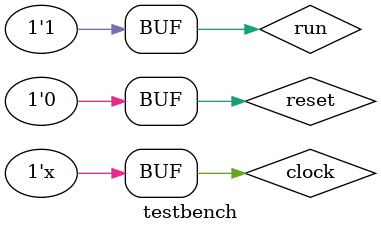
<source format=v>
`timescale 1ns / 1ps

module testbench ();
	
	reg clock;
	reg reset;
	reg run;
	
	wire [8:0] leds;
	wire done;
	
	part3 DUT (
		.clock(clock),
		.reset(reset),
		.run(run),
		.leds(leds),
		.done(done));
		
	always #10 clock = ~clock;
	
	initial
	begin
		clock = 1'b1;
		reset = 1'b1;
		run = 1'b0;
		#20 reset = 1'b0;
		#10 run = 1'b1;
	end

endmodule
</source>
